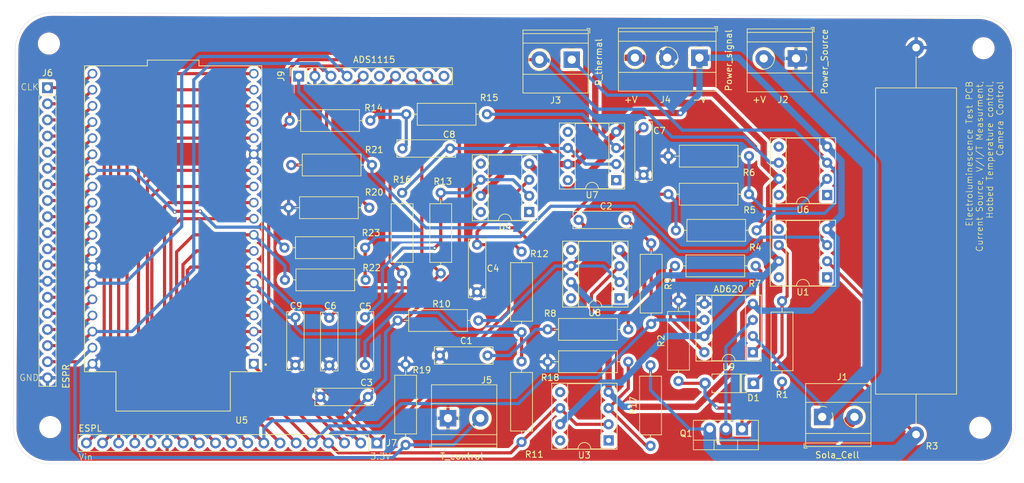
<source format=kicad_pcb>
(kicad_pcb (version 20240108) (generator "pcbnew") (generator_version "8.0")
  (layers (0 "F.Cu" signal) (31 "B.Cu" signal) (34 "B.Paste" user) (35 "F.Paste" user) (36 "B.SilkS" user "B.Silkscreen") (37 "F.SilkS" user "F.Silkscreen") (38 "B.Mask" user) (39 "F.Mask" user) (44 "Edge.Cuts" user))
  (net 0 "")
  (net 1 "GND")
  (net 2 "Net-(U8-+)")
  (net 3 "Net-(C2-Pad2)")
  (net 4 "Net-(U8--)")
  (net 5 "A2")
  (net 6 "Net-(U4-+)")
  (net 7 "Net-(U4--)")
  (net 8 "Net-(C5-Pad2)")
  (net 9 "A1")
  (net 10 "Net-(U7-+)")
  (net 11 "Net-(C8-Pad2)")
  (net 12 "Net-(U7--)")
  (net 13 "A0")
  (net 14 "Net-(D1-A)")
  (net 15 "Net-(D1-K)")
  (net 16 "V_cell+")
  (net 17 "V_cell-")
  (net 18 "GPIO36{slash}ADC0")
  (net 19 "R_T1")
  (net 20 "VEE")
  (net 21 "VSS")
  (net 22 "GPIO0{slash}ADC11")
  (net 23 "GPIO17")
  (net 24 "Rx0")
  (net 25 "GPIO19")
  (net 26 "GPIO7")
  (net 27 "GPIO18")
  (net 28 "GPIO16")
  (net 29 "GPIO5")
  (net 30 "GPIO22")
  (net 31 "GPIO8")
  (net 32 "GPIO2{slash}ADC12")
  (net 33 "GPIO21")
  (net 34 "GPIO6")
  (net 35 "GPIO4{slash}ADC10")
  (net 36 "GPIO15{slash}ADC13")
  (net 37 "Tx0")
  (net 38 "3.3V")
  (net 39 "DAC2")
  (net 40 "GPIO11")
  (net 41 "DAC1")
  (net 42 "GPIO34{slash}ADC6")
  (net 43 "Vin")
  (net 44 "EN")
  (net 45 "GPIO14{slash}ADC16")
  (net 46 "GPIO39{slash}ADC3")
  (net 47 "GPIO13{slash}ADC14")
  (net 48 "GPIO27{slash}ADC17")
  (net 49 "GPIO12{slash}ADC15")
  (net 50 "GPIO9")
  (net 51 "GPIO10")
  (net 52 "ADDR")
  (net 53 "A3")
  (net 54 "ALRT")
  (net 55 "I_meas")
  (net 56 "Net-(U6--)")
  (net 57 "Net-(R7-Pad2)")
  (net 58 "Net-(R7-Pad1)")
  (net 59 "Net-(U3-+)")
  (net 60 "I_ref")
  (net 79 "GPIO23")
  (footprint "Resistor_THT:R_Axial_DIN0309_L9.0mm_D3.2mm_P12.70mm_Horizontal" (layer "F.Cu") (at 185.9 100.14 180)
    (property "Reference" "R5")
    (property "Value" "R_US" (hide yes))
  )
  (footprint "Resistor_THT:R_Axial_DIN0309_L9.0mm_D3.2mm_P12.70mm_Horizontal" (layer "F.Cu") (at 166.9 126.54 180)
    (property "Reference" "R18")
    (property "Value" "R_US" (hide yes))
  )
  (footprint "Capacitor_THT:C_Rect_L9.0mm_W2.5mm_P7.50mm_MKT" (layer "F.Cu") (at 144.75 125.565 180)
    (property "Reference" "C1")
    (property "Value" "C" (hide yes))
  )
  (footprint "Resistor_THT:R_Axial_DIN0309_L9.0mm_D3.2mm_P12.70mm_Horizontal" (layer "F.Cu") (at 125.475 108.565 180)
    (property "Reference" "R23")
    (property "Value" "R_US" (hide yes))
  )
  (footprint "Package_DIP:DIP-8_W7.62mm_Socket" (layer "F.Cu") (at 165 97.94 180)
    (property "Reference" "U7")
    (property "Value" "OP07" (hide yes))
  )
  (footprint "Package_DIP:DIP-8_W7.62mm_Socket" (layer "F.Cu") (at 165.52 116.54 180)
    (property "Reference" "U8")
    (property "Value" "OP07" (hide yes))
  )
  (footprint "Resistor_THT:R_Axial_DIN0309_L9.0mm_D3.2mm_P12.70mm_Horizontal" (layer "F.Cu") (at 186.95 111.44 180)
    (property "Reference" "R7")
    (property "Value" "R_US" (hide yes))
  )
  (footprint "Connector_PinSocket_2.54mm:PinSocket_1x10_P2.54mm_Vertical" (layer "F.Cu") (at 115.02 81.54 90)
    (property "Reference" "J9")
    (property "Value" "ADS1115")
  )
  (footprint "Resistor_THT:R_Axial_DIN0309_L9.0mm_D3.2mm_P12.70mm_Horizontal" (layer "F.Cu") (at 174.8 129.59 90)
    (property "Reference" "R2")
    (property "Value" "R_US")
  )
  (footprint "Resistor_THT:R_Axial_DIN0309_L9.0mm_D3.2mm_P12.70mm_Horizontal" (layer "F.Cu") (at 187.1 105.84 180)
    (property "Reference" "R4")
    (property "Value" "R_US" (hide yes))
  )
  (footprint "Resistor_THT:R_Axial_DIN0309_L9.0mm_D3.2mm_P12.70mm_Horizontal" (layer "F.Cu") (at 113.85 95.54)
    (property "Reference" "R21")
    (property "Value" "R_US" (hide yes))
  )
  (footprint "Capacitor_THT:C_Rect_L9.0mm_W2.5mm_P7.50mm_MKT" (layer "F.Cu") (at 114.5 119.54 -90)
    (property "Reference" "C9")
    (property "Value" "C" (hide yes))
  )
  (footprint "Resistor_THT:R_Axial_DIN0309_L9.0mm_D3.2mm_P12.70mm_Horizontal" (layer "F.Cu") (at 150.1 109.19 -90)
    (property "Reference" "R12")
    (property "Value" "R_US" (hide yes))
  )
  (footprint "Resistor_THT:R_Axial_DIN0309_L9.0mm_D3.2mm_P12.70mm_Horizontal" (layer "F.Cu") (at 126.3 88.54 180)
    (property "Reference" "R14")
    (property "Value" "R_US" (hide yes))
  )
  (footprint "Resistor_THT:R_Axial_DIN0309_L9.0mm_D3.2mm_P12.70mm_Horizontal" (layer "F.Cu") (at 131.85 139.64 90)
    (property "Reference" "R19")
    (property "Value" "R_US" (hide yes))
  )
  (footprint "Capacitor_THT:C_Rect_L9.0mm_W2.5mm_P7.50mm_MKT" (layer "F.Cu") (at 159.075 104.19)
    (property "Reference" "C2")
    (property "Value" "C" (hide yes))
  )
  (footprint "Resistor_THT:R_Axial_DIN0309_L9.0mm_D3.2mm_P12.70mm_Horizontal" (layer "F.Cu") (at 150.1 126.49 -90)
    (property "Reference" "R11")
    (property "Value" "R_US" (hide yes))
  )
  (footprint "Package_DIP:DIP-8_W7.62mm_Socket" (layer "F.Cu") (at 186.5 125.04 180)
    (property "Reference" "U9")
    (property "Value" "AD620")
  )
  (footprint "Capacitor_THT:C_Rect_L9.0mm_W2.5mm_P7.50mm_MKT" (layer "F.Cu") (at 143.1 108.09 -90)
    (property "Reference" "C4")
    (property "Value" "C")
  )
  (footprint "Package_DIP:DIP-8_W7.62mm_Socket" (layer "F.Cu") (at 198.2 113.24 180)
    (property "Reference" "U1")
    (property "Value" "OP07" (hide yes))
  )
  (footprint "Resistor_THT:R_Axial_DIN0309_L9.0mm_D3.2mm_P12.70mm_Horizontal" (layer "F.Cu") (at 170.5 107.89 -90)
    (property "Reference" "R9")
    (property "Value" "R_US")
  )
  (footprint "TerminalBlock_Phoenix:TerminalBlock_Phoenix_MKDS-1,5-3-5.08_1x03_P5.08mm_Horizontal" (layer "F.Cu") (at 178.1 78.64 180)
    (property "Reference" "J4")
    (property "Value" "Power_signal")
  )
  (footprint "Package_DIP:DIP-8_W7.62mm_Socket" (layer "F.Cu") (at 198.2 100.26 180)
    (property "Reference" "U6")
    (property "Value" "OP07" (hide yes))
  )
  (footprint "Resistor_THT:R_Axial_DIN0309_L9.0mm_D3.2mm_P12.70mm_Horizontal" (layer "F.Cu") (at 191.1 129.69 90)
    (property "Reference" "R1")
    (property "Value" "R_US" (hide yes))
  )
  (footprint "Package_TO_SOT_THT:TO-220-3_Vertical" (layer "F.Cu") (at 184.8 137.14 180)
    (property "Reference" "Q1")
    (property "Value" "IRF540N")
  )
  (footprint "MountingHole:MountingHole_3mm" (layer "F.Cu") (at 222.82 77.14)
    (property "Reference" "H2" (hide yes))
    (property "Value" "MountingHole" (hide yes))
  )
  (footprint "Resistor_THT:R_Axial_DIN0309_L9.0mm_D3.2mm_P12.70mm_Horizontal" (layer "F.Cu") (at 125.55 113.64 180)
    (property "Reference" "R22")
    (property "Value" "R_US" (hide yes))
  )
  (footprint "Capacitor_THT:C_Rect_L9.0mm_W2.5mm_P7.50mm_MKT" (layer "F.Cu") (at 169.3 89.59 -90)
    (property "Reference" "C7")
    (property "Value" "C" (hide yes))
  )
  (footprint "TerminalBlock_Phoenix:TerminalBlock_Phoenix_MKDS-1,5-2-5.08_1x02_P5.08mm_Horizontal" (layer "F.Cu") (at 193.295 78.75 180)
    (property "Reference" "J2")
    (property "Value" "Power_Source")
  )
  (footprint "Resistor_THT:R_Axial_DIN0309_L9.0mm_D3.2mm_P12.70mm_Horizontal" (layer "F.Cu") (at 185.9 94.14 180)
    (property "Reference" "R6")
    (property "Value" "R_US" (hide yes))
  )
  (footprint "Resistor_THT:R_Axial_DIN0309_L9.0mm_D3.2mm_P12.70mm_Horizontal" (layer "F.Cu") (at 137.375 112.615 90)
    (property "Reference" "R13")
    (property "Value" "R_US" (hide yes))
  )
  (footprint "Capacitor_THT:C_Rect_L9.0mm_W2.5mm_P7.50mm_MKT" (layer "F.Cu") (at 125.925 132.09 180)
    (property "Reference" "C3")
    (property "Value" "C" (hide yes))
  )
  (footprint "Resistor_THT:R_Axial_DIN0309_L9.0mm_D3.2mm_P12.70mm_Horizontal" (layer "F.Cu") (at 131.3 112.615 90)
    (property "Reference" "R16")
    (property "Value" "R_US" (hide yes))
  )
  (footprint "MountingHole:MountingHole_3mm" (layer "F.Cu") (at 75.905 136.84)
    (property "Reference" "H4" (hide yes))
    (property "Value" "MountingHole" (hide yes))
  )
  (footprint "MountingHole:MountingHole_3mm" (layer "F.Cu") (at 75.7 76.405)
    (property "Reference" "H1" (hide yes))
    (property "Value" "MountingHole" (hide yes))
  )
  (footprint "Capacitor_THT:C_Rect_L9.0mm_W2.5mm_P7.50mm_MKT" (layer "F.Cu") (at 119.825 119.615 -90)
    (property "Reference" "C6")
    (property "Value" "C" (hide yes))
  )
  (footprint "Connector_PinHeader_2.54mm:PinHeader_1x19_P2.54mm_Vertical" (layer "F.Cu") (at 127.32 139.34 -90)
    (property "Reference" "J7")
    (property "Value" "ESPL")
  )
  (footprint "ESP32_WROOM:MODULE_DEVKIT_V1_ESP32-WROOM-32" (layer "F.Cu") (at 95.25 104.015 180)
    (property "Reference" "U5")
    (property "Value" "DEVKIT_V1_ESP32-WROOM-32")
  )
  (footprint "Capacitor_THT:C_Rect_L9.0mm_W2.5mm_P7.50mm_MKT" (layer "F.Cu") (at 138.85 92.94 180)
    (property "Reference" "C8")
    (property "Value" "C" (hide yes))
  )
  (footprint "TerminalBlock_Phoenix:TerminalBlock_Phoenix_MKDS-1,5-2-5.08_1x02_P5.08mm_Horizontal" (layer "F.Cu") (at 197.42 135.24)
    (property "Reference" "J1")
    (property "Value" "Sola_Cell")
  )
  (footprint "Resistor_THT:R_Axial_DIN0309_L9.0mm_D3.2mm_P12.70mm_Horizontal" (layer "F.Cu") (at 144.65 87.54 180)
    (property "Reference" "R15")
    (property "Value" "R_US" (hide yes))
  )
  (footprint "Package_DIP:DIP-8_W7.62mm_Socket" (layer "F.Cu") (at 163.8 138.94 180)
    (property "Reference" "U3")
    (property "Value" "OP07" (hide yes))
  )
  (footprint "TerminalBlock_Phoenix:TerminalBlock_Phoenix_MKDS-1,5-2-5.08_1x02_P5.08mm_Horizontal" (layer "F.Cu") (at 158 78.94 180)
    (property "Reference" "J3")
    (property "Value" "R_thermal")
  )
  (footprint "Connector_PinHeader_2.54mm:PinHeader_1x19_P2.54mm_Vertical" (layer "F.Cu") (at 75.475 83.36)
    (property "Reference" "J6")
    (property "Value" "ESPR")
  )
  (footprint "MountingHole:MountingHole_3mm" (layer "F.Cu") (at 222.3 136.94)
    (property "Reference" "H3" (hide yes))
    (property "Value" "MountingHole" (hide yes))
  )
  (footprint "Resistor_THT:R_Axial_DIN0309_L9.0mm_D3.2mm_P12.70mm_Horizontal" (layer "F.Cu") (at 170.4 139.79 90)
    (property "Reference" "R17")
    (property "Value" "R_US")
  )
  (footprint "Resistor_THT:R_Axial_Power_L48.0mm_W12.5mm_P60.96mm" (layer "F.Cu") (at 212.2 138 90)
    (property "Reference" "R3")
    (property "Value" "R_US" (hide yes))
  )
  (footprint "Package_DIP:DIP-8_W7.62mm_Socket" (layer "F.Cu") (at 151.3 102.94 180)
    (property "Reference" "U4")
    (property "Value" "OP07" (hide yes))
  )
  (footprint "TerminalBlock_Phoenix:TerminalBlock_Phoenix_MKDS-1,5-2-5.08_1x02_P5.08mm_Horizontal" (layer "F.Cu") (at 138.52 135.44)
    (property "Reference" "J5")
    (property "Value" "T_control")
  )
  (footprint "Capacitor_THT:C_Rect_L9.0mm_W2.5mm_P7.50mm_MKT" (layer "F.Cu") (at 125.45 119.54 -90)
    (property "Reference" "C5")
    (property "Value" "C" (hide yes))
  )
  (footprint "Resistor_THT:R_Axial_DIN0309_L9.0mm_D3.2mm_P12.70mm_Horizontal" (layer "F.Cu") (at 154.2 121.44)
    (property "Reference" "R8")
    (property "Value" "R_US" (hide yes))
  )
  (footprint "Resistor_THT:R_Axial_DIN0309_L9.0mm_D3.2mm_P12.70mm_Horizontal" (layer "F.Cu") (at 130.6 120.04)
    (property "Reference" "R10")
    (property "Value" "R_US" (hide yes))
  )
  (footprint "Resistor_THT:R_Axial_DIN0309_L9.0mm_D3.2mm_P12.70mm_Horizontal" (layer "F.Cu") (at 126.125 102.265 180)
    (property "Reference" "R20")
    (property "Value" "R_US" (hide yes))
  )
  (footprint "Diode_THT:D_A-405_P7.62mm_Horizontal" (layer "F.Cu") (at 186.6 129.94 180)
    (property "Reference" "D1")
    (property "Value" "D")
  )
  (gr_line (start 75.9 142.64) (end 222 142.64) (stroke (width 0.05)) (layer "Edge.Cuts"))
  (gr_arc (start 221.998781 72.041219) (mid 226.100006 73.739994) (end 227.798781 77.841219) (stroke (width 0.05)) (layer "Edge.Cuts"))
  (gr_arc (start 75.9 142.64) (mid 71.798781 140.941219) (end 70.1 136.84) (stroke (width 0.05)) (layer "Edge.Cuts"))
  (gr_arc (start 70.401219 77.341219) (mid 72.099994 73.239994) (end 76.201219 71.541219) (stroke (width 0.05)) (layer "Edge.Cuts"))
  (gr_arc (start 227.8 136.84) (mid 226.101219 140.941219) (end 222 142.64) (stroke (width 0.05)) (layer "Edge.Cuts"))
  (gr_line (start 221.998781 72.041219) (end 76.201219 71.541219) (stroke (width 0.05)) (layer "Edge.Cuts"))
  (gr_line (start 227.798781 77.841219) (end 227.8 136.84) (stroke (width 0.05)) (layer "Edge.Cuts"))
  (gr_line (start 70.401219 77.341219) (end 70.1 136.84) (stroke (width 0.05)) (layer "Edge.Cuts"))
  (gr_text "Electroluminescence Test PCB\nCurrent Source, V/I/T Measurment,\nHotbed Temperature control,\nCamera Control" (at 226 82.25 90) (layer "F.SilkS") (effects (font (size 1 1) (thickness 0.1)) (justify right bottom)))
  (gr_text "+V" (at 187.5 85.25 0) (layer "F.SilkS") (effects (font (size 1 1))))
  (gr_text "3.3V" (at 126.2 142.04 0) (layer "F.SilkS") (effects (font (size 1 1) (thickness 0.1)) (justify left bottom)))
  (gr_text "CLK" (at 71.2 83.84 0) (layer "F.SilkS") (effects (font (size 1 1) (thickness 0.1)) (justify left bottom)))
  (gr_text "GND" (at 71 129.64 0) (layer "F.SilkS") (effects (font (size 1 1) (thickness 0.1)) (justify left bottom)))
  (gr_text "-V" (at 178.1 85.25 0) (layer "F.SilkS") (effects (font (size 1 1))))
  (gr_text "Vin" (at 80.3 142.14 0) (layer "F.SilkS") (effects (font (size 1 1) (thickness 0.1)) (justify left bottom)))
  (gr_text "+V" (at 167.3 85.25 0) (layer "F.SilkS") (effects (font (size 1 1))))
  (segment (start 82.55 126.865) (end 80.335 129.08) (width 0.5) (layer "F.Cu") (net 1))
  (segment (start 82.55 111.625) (end 80.335 113.84) (width 0.5) (layer "F.Cu") (net 1))
  (segment (start 80.335 113.84) (end 75.475 113.84) (width 0.5) (layer "F.Cu") (net 1))
  (segment (start 80.335 129.08) (end 75.475 129.08) (width 0.5) (layer "F.Cu") (net 1))
  (segment (start 210.49 78.75) (end 212.2 77.04) (width 2.5) (layer "B.Cu") (net 1))
  (segment (start 193.295 78.75) (end 210.49 78.75) (width 2.5) (layer "B.Cu") (net 1))
  (segment (start 173.02 78.64) (end 175.97 75.69) (width 2.5) (layer "B.Cu") (net 1))
  (segment (start 158.6 121.44) (end 154.2 121.44) (width 0.5) (layer "F.Cu") (net 2))
  (segment (start 161.1 118.94) (end 158.6 121.44) (width 0.5) (layer "F.Cu") (net 2))
  (segment (start 161.1 115.88) (end 161.1 118.94) (width 0.5) (layer "F.Cu") (net 2))
  (segment (start 165.52 111.46) (end 161.1 115.88) (width 0.5) (layer "F.Cu") (net 2))
  (segment (start 152.317767 121.44) (end 154.2 121.44) (width 0.5) (layer "B.Cu") (net 2))
  (segment (start 148.192767 125.565) (end 152.317767 121.44) (width 0.5) (layer "B.Cu") (net 2))
  (segment (start 144.75 125.565) (end 148.192767 125.565) (width 0.5) (layer "B.Cu") (net 2))
  (segment (start 166.8 104.19) (end 166.575 104.19) (width 0.5) (layer "F.Cu") (net 3))
  (segment (start 166.9 119.84) (end 170.5 116.24) (width 0.5) (layer "F.Cu") (net 3))
  (segment (start 166.9 121.44) (end 166.9 119.84) (width 0.5) (layer "F.Cu") (net 3))
  (segment (start 170.5 116.24) (end 170.5 107.89) (width 0.5) (layer "F.Cu") (net 3))
  (segment (start 170.5 107.89) (end 166.8 104.19) (width 0.5) (layer "F.Cu") (net 3))
  (segment (start 159.874999 104.989999) (end 159.874999 109.485001) (width 0.5) (layer "F.Cu") (net 4))
  (segment (start 159.874999 109.485001) (end 157.9 111.46) (width 0.5) (layer "F.Cu") (net 4))
  (segment (start 159.075 104.19) (end 159.874999 104.989999) (width 0.5) (layer "F.Cu") (net 4))
  (segment (start 146.8 120.04) (end 155.38 111.46) (width 0.5) (layer "B.Cu") (net 4))
  (segment (start 143.3 120.04) (end 146.8 120.04) (width 0.5) (layer "B.Cu") (net 4))
  (segment (start 155.38 111.46) (end 157.9 111.46) (width 0.5) (layer "B.Cu") (net 4))
  (segment (start 157.9 111.46) (end 162.98 111.46) (width 0.5) (layer "B.Cu") (net 4))
  (segment (start 162.98 111.46) (end 165.52 114) (width 0.5) (layer "B.Cu") (net 4))
  (segment (start 96.8 126.54) (end 96.8 111.24) (width 0.5) (layer "F.Cu") (net 5))
  (segment (start 131.717767 120.04) (end 130.6 120.04) (width 0.5) (layer "F.Cu") (net 5))
  (segment (start 97.7 127.44) (end 96.8 126.54) (width 0.5) (layer "F.Cu") (net 5))
  (segment (start 135.34 81.54) (end 140.24 86.44) (width 0.5) (layer "F.Cu") (net 5))
  (segment (start 96.8 111.24) (end 98.955 109.085) (width 0.5) (layer "F.Cu") (net 5))
  (segment (start 97.7 127.5) (end 97.7 127.44) (width 0.5) (layer "F.Cu") (net 5))
  (segment (start 140.24 86.44) (end 140.3 86.44) (width 0.5) (layer "F.Cu") (net 5))
  (segment (start 98.955 109.085) (end 107.95 109.085) (width 0.5) (layer "F.Cu") (net 5))
  (segment (start 109.54 139.34) (end 97.7 127.5) (width 0.5) (layer "F.Cu") (net 5))
  (segment (start 140.3 111.457767) (end 131.717767 120.04) (width 0.5) (layer "F.Cu") (net 5))
  (segment (start 140.3 86.44) (end 140.3 111.457767) (width 0.5) (layer "F.Cu") (net 5))
  (segment (start 128.7 121.94) (end 130.6 120.04) (width 0.5) (layer "B.Cu") (net 5))
  (segment (start 125.925 132.09) (end 125.1375 132.8775) (width 0.5) (layer "B.Cu") (net 5))
  (segment (start 110.8 135.84) (end 109.54 137.1) (width 0.5) (layer "B.Cu") (net 5))
  (segment (start 128.7 129.315) (end 128.7 121.94) (width 0.5) (layer "B.Cu") (net 5))
  (segment (start 109.54 137.1) (end 109.54 139.34) (width 0.5) (layer "B.Cu") (net 5))
  (segment (start 125.1375 132.8775) (end 122.175 135.84) (width 0.5) (layer "B.Cu") (net 5))
  (segment (start 122.175 135.84) (end 110.8 135.84) (width 0.5) (layer "B.Cu") (net 5))
  (segment (start 125.1375 132.8775) (end 128.7 129.315) (width 0.5) (layer "B.Cu") (net 5))
  (segment (start 143.1 108.09) (end 149 108.09) (width 0.5) (layer "F.Cu") (net 6))
  (segment (start 151.3 97.86) (end 143.1 106.06) (width 0.5) (layer "F.Cu") (net 6))
  (segment (start 143.1 106.06) (end 143.1 108.09) (width 0.5) (layer "F.Cu") (net 6))
  (segment (start 149 108.09) (end 150.1 109.19) (width 0.5) (layer "F.Cu") (net 6))
  (segment (start 137.375 99.915) (end 137.375 107.665) (width 0.5) (layer "F.Cu") (net 7))
  (segment (start 137.375 107.665) (end 136.4 108.64) (width 0.5) (layer "F.Cu") (net 7))
  (via (at 136.4 108.64) (size 0.6) (drill 0.3) (layers "F.Cu" "B.Cu") (net 7))
  (segment (start 136.4 108.64) (end 131.4 108.64) (width 0.5) (layer "B.Cu") (net 7))
  (segment (start 148.76 97.86) (end 151.3 100.4) (width 0.5) (layer "B.Cu") (net 7))
  (segment (start 143.68 97.86) (end 148.76 97.86) (width 0.5) (layer "B.Cu") (net 7))
  (segment (start 141.625 99.915) (end 143.68 97.86) (width 0.5) (layer "B.Cu") (net 7))
  (segment (start 128.2 116.79) (end 125.45 119.54) (width 0.5) (layer "B.Cu") (net 7))
  (segment (start 131.4 108.64) (end 128.2 111.84) (width 0.5) (layer "B.Cu") (net 7))
  (segment (start 128.2 111.84) (end 128.2 116.79) (width 0.5) (layer "B.Cu") (net 7))
  (segment (start 137.375 99.915) (end 141.625 99.915) (width 0.5) (layer "B.Cu") (net 7))
  (segment (start 150.1 121.89) (end 150.1 126.49) (width 0.5) (layer "F.Cu") (net 8))
  (segment (start 125.45 123.422233) (end 130.082233 118.79) (width 0.5) (layer "B.Cu") (net 8))
  (segment (start 130.082233 118.79) (end 136.95 118.79) (width 0.5) (layer "B.Cu") (net 8))
  (segment (start 140.05 121.89) (end 150.1 121.89) (width 0.5) (layer "B.Cu") (net 8))
  (segment (start 125.45 127.04) (end 125.45 123.422233) (width 0.5) (layer "B.Cu") (net 8))
  (segment (start 136.95 118.79) (end 140.05 121.89) (width 0.5) (layer "B.Cu") (net 8))
  (segment (start 135.1 114.89) (end 124.55 114.89) (width 0.5) (layer "F.Cu") (net 9))
  (segment (start 107.95 111.625) (end 98.015 111.625) (width 0.5) (layer "F.Cu") (net 9))
  (segment (start 98.105025 126.545025) (end 108 136.44) (width 0.5) (layer "F.Cu") (net 9))
  (segment (start 97.5 112.14) (end 97.5 126.25005) (width 0.5) (layer "F.Cu") (net 9))
  (segment (start 137.375 112.615) (end 135.1 114.89) (width 0.5) (layer "F.Cu") (net 9))
  (segment (start 108 136.44) (end 109.18 136.44) (width 0.5) (layer "F.Cu") (net 9))
  (segment (start 124.55 114.89) (end 119.825 119.615) (width 0.5) (layer "F.Cu") (net 9))
  (segment (start 134.4 109.64) (end 137.375 112.615) (width 0.5) (layer "F.Cu") (net 9))
  (segment (start 109.18 136.44) (end 112.08 139.34) (width 0.5) (layer "F.Cu") (net 9))
  (segment (start 134.4 83.14) (end 134.4 109.64) (width 0.5) (layer "F.Cu") (net 9))
  (segment (start 98.015 111.625) (end 97.5 112.14) (width 0.5) (layer "F.Cu") (net 9))
  (segment (start 97.5 126.25005) (end 97.794975 126.545025) (width 0.5) (layer "F.Cu") (net 9))
  (segment (start 97.794975 126.545025) (end 98.105025 126.545025) (width 0.5) (layer "F.Cu") (net 9))
  (segment (start 132.8 81.54) (end 134.4 83.14) (width 0.5) (layer "F.Cu") (net 9))
  (segment (start 119.825 119.615) (end 118.5 118.29) (width 0.5) (layer "B.Cu") (net 9))
  (segment (start 118.5 118.29) (end 114.615 118.29) (width 0.5) (layer "B.Cu") (net 9))
  (segment (start 114.615 118.29) (end 107.95 111.625) (width 0.5) (layer "B.Cu") (net 9))
  (segment (start 169.3 89.59) (end 166.03 92.86) (width 0.5) (layer "F.Cu") (net 10))
  (segment (start 166.03 92.86) (end 165 92.86) (width 0.5) (layer "F.Cu") (net 10))
  (segment (start 144.65 87.54) (end 159.68 87.54) (width 0.5) (layer "B.Cu") (net 10))
  (segment (start 159.68 87.54) (end 165 92.86) (width 0.5) (layer "B.Cu") (net 10))
  (segment (start 127.3 87.54) (end 126.3 88.54) (width 0.5) (layer "B.Cu") (net 11))
  (segment (start 131.95 87.54) (end 131.95 92.34) (width 0.5) (layer "B.Cu") (net 11))
  (segment (start 131.95 92.34) (end 131.35 92.94) (width 0.5) (layer "B.Cu") (net 11))
  (segment (start 131.95 87.54) (end 127.3 87.54) (width 0.5) (layer "B.Cu") (net 11))
  (segment (start 131.3 99.915) (end 138.275 92.94) (width 0.5) (layer "B.Cu") (net 12))
  (segment (start 138.275 92.94) (end 138.85 92.94) (width 0.5) (layer "B.Cu") (net 12))
  (segment (start 157.62 92.86) (end 160.16 95.4) (width 0.5) (layer "B.Cu") (net 12))
  (segment (start 157.38 92.86) (end 157.62 92.86) (width 0.5) (layer "B.Cu") (net 12))
  (segment (start 160.16 95.4) (end 165 95.4) (width 0.5) (layer "B.Cu") (net 12))
  (segment (start 138.85 92.94) (end 157.3 92.94) (width 0.5) (layer "B.Cu") (net 12))
  (segment (start 157.3 92.94) (end 157.38 92.86) (width 0.5) (layer "B.Cu") (net 12))
  (segment (start 130.26 81.54) (end 129.41 82.39) (width 0.5) (layer "F.Cu") (net 13))
  (segment (start 129.41 110.725) (end 131.3 112.615) (width 0.5) (layer "F.Cu") (net 13))
  (segment (start 129.41 82.39) (end 129.41 110.725) (width 0.5) (layer "F.Cu") (net 13))
  (segment (start 108.6 135.54) (end 110.82 135.54) (width 0.5) (layer "F.Cu") (net 13))
  (segment (start 98.8 115.14) (end 98.8 125.74) (width 0.5) (layer "F.Cu") (net 13))
  (segment (start 110.82 135.54) (end 114.62 139.34) (width 0.5) (layer "F.Cu") (net 13))
  (segment (start 98.8 125.74) (end 108.6 135.54) (width 0.5) (layer "F.Cu") (net 13))
  (segment (start 99.775 114.165) (end 98.8 115.14) (width 0.5) (layer "F.Cu") (net 13))
  (segment (start 107.95 114.165) (end 99.775 114.165) (width 0.5) (layer "F.Cu") (net 13))
  (segment (start 124.617767 122.14) (end 115.6 122.14) (width 0.5) (layer "B.Cu") (net 13))
  (segment (start 114.5 119.54) (end 113.325 119.54) (width 0.5) (layer "B.Cu") (net 13))
  (segment (start 131.3 112.615) (end 131.3 115.457767) (width 0.5) (layer "B.Cu") (net 13))
  (segment (start 113.325 119.54) (end 107.95 114.165) (width 0.5) (layer "B.Cu") (net 13))
  (segment (start 131.3 115.457767) (end 124.617767 122.14) (width 0.5) (layer "B.Cu") (net 13))
  (segment (start 114.5 121.04) (end 114.5 119.54) (width 0.5) (layer "B.Cu") (net 13))
  (segment (start 115.6 122.14) (end 114.5 121.04) (width 0.5) (layer "B.Cu") (net 13))
  (segment (start 175.15 129.94) (end 174.8 129.59) (width 0.5) (layer "F.Cu") (net 14))
  (segment (start 191.1 130.84) (end 191.1 129.69) (width 0.5) (layer "F.Cu") (net 14))
  (segment (start 183.1 133.84) (end 184.8 135.54) (width 0.5) (layer "F.Cu") (net 14))
  (segment (start 178.98 129.94) (end 175.15 129.94) (width 0.5) (layer "F.Cu") (net 14))
  (segment (start 180.8 133.74) (end 180.9 133.84) (width 0.5) (layer "F.Cu") (net 14))
  (segment (start 184.8 135.54) (end 184.8 137.14) (width 0.5) (layer "F.Cu") (net 14))
  (segment (start 180.9 133.84) (end 183.1 133.84) (width 0.5) (layer "F.Cu") (net 14))
  (segment (start 184.8 137.14) (end 191.1 130.84) (width 0.5) (layer "F.Cu") (net 14))
  (via (at 180.8 133.74) (size 0.6) (drill 0.3) (layers "F.Cu" "B.Cu") (net 14))
  (segment (start 178.98 131.92) (end 180.8 133.74) (width 0.5) (layer "B.Cu") (net 14))
  (segment (start 178.98 129.94) (end 178.98 131.92) (width 0.5) (layer "B.Cu") (net 14))
  (segment (start 191.1 125.44) (end 191.1 116.99) (width 0.5) (layer "F.Cu") (net 15))
  (segment (start 191.899999 109.479999) (end 190.58 108.16) (width 0.5) (layer "F.Cu") (net 15))
  (segment (start 191.899999 116.190001) (end 191.899999 109.479999) (width 0.5) (layer "F.Cu") (net 15))
  (segment (start 191.1 116.99) (end 191.899999 116.190001) (width 0.5) (layer "F.Cu") (net 15))
  (segment (start 186.6 129.94) (end 191.1 125.44) (width 0.5) (layer "F.Cu") (net 15))
  (segment (start 186.5 122.5) (end 197.42 133.42) (width 0.5) (layer "B.Cu") (net 16))
  (segment (start 205 127.66) (end 197.42 135.24) (width 2.5) (layer "B.Cu") (net 16))
  (segment (start 205 95.535) (end 205 127.66) (width 2.5) (layer "B.Cu") (net 16))
  (segment (start 188.215 78.75) (end 205 95.535) (width 2.5) (layer "B.Cu") (net 16))
  (segment (start 197.42 133.42) (end 197.42 135.24) (width 0.5) (layer "B.Cu") (net 16))
  (segment (start 182.26 138.9525) (end 182.6475 139.34) (width 2) (layer "F.Cu") (net 17))
  (segment (start 198.4 139.34) (end 202.5 135.24) (width 2) (layer "F.Cu") (net 17))
  (segment (start 182.26 137.14) (end 182.26 138.9525) (width 2) (layer "F.Cu") (net 17))
  (segment (start 182.6475 139.34) (end 198.4 139.34) (width 2) (layer "F.Cu") (net 17))
  (segment (start 186.5 119.96) (end 182.26 124.2) (width 0.5) (layer "B.Cu") (net 17))
  (segment (start 182.26 124.2) (end 182.26 137.14) (width 0.5) (layer "B.Cu") (net 17))
  (segment (start 122.24 139.34) (end 115.44 132.54) (width 0.5) (layer "F.Cu") (net 18))
  (segment (start 110.3 120.64) (end 109.155 121.785) (width 0.5) (layer "F.Cu") (net 18))
  (segment (start 102.2 122.14) (end 102.555 121.785) (width 0.5) (layer "F.Cu") (net 18))
  (segment (start 152.92 78.94) (end 115.02 78.94) (width 0.5) (layer "F.Cu") (net 18))
  (segment (start 102.2 124.94) (end 102.2 122.14) (width 0.5) (layer "F.Cu") (net 18))
  (segment (start 115.44 132.54) (end 109.8 132.54) (width 0.5) (layer "F.Cu") (net 18))
  (segment (start 110.3 91.84) (end 110.3 120.64) (width 0.5) (layer "F.Cu") (net 18))
  (segment (start 113.6 88.54) (end 110.3 91.84) (width 0.5) (layer "F.Cu") (net 18))
  (segment (start 109.155 121.785) (end 107.95 121.785) (width 0.5) (layer "F.Cu") (net 18))
  (segment (start 115.02 78.94) (end 113.6 80.36) (width 0.5) (layer "F.Cu") (net 18))
  (segment (start 102.555 121.785) (end 107.95 121.785) (width 0.5) (layer "F.Cu") (net 18))
  (segment (start 113.6 80.36) (end 113.6 88.54) (width 0.5) (layer "F.Cu") (net 18))
  (segment (start 109.8 132.54) (end 102.2 124.94) (width 0.5) (layer "F.Cu") (net 18))
  (segment (start 189.24 95.18) (end 190.58 95.18) (width 0.5) (layer "B.Cu") (net 18))
  (segment (start 162 86.74) (end 169.4 86.74) (width 0.5) (layer "B.Cu") (net 18))
  (segment (start 154.2 78.94) (end 162 86.74) (width 0.5) (layer "B.Cu") (net 18))
  (segment (start 169.4 86.74) (end 173.8 91.14) (width 0.5) (layer "B.Cu") (net 18))
  (segment (start 173.8 91.14) (end 185.2 91.14) (width 0.5) (layer "B.Cu") (net 18))
  (segment (start 152.92 78.94) (end 154.2 78.94) (width 0.5) (layer "B.Cu") (net 18))
  (segment (start 185.2 91.14) (end 189.24 95.18) (width 0.5) (layer "B.Cu") (net 18))
  (segment (start 158 78.94) (end 163.6 84.54) (width 0.5) (layer "B.Cu") (net 19))
  (segment (start 189.8 103.14) (end 197.82 103.14) (width 0.5) (layer "B.Cu") (net 19))
  (segment (start 193.06 90.04) (end 198.2 95.18) (width 0.5) (layer "B.Cu") (net 19))
  (segment (start 187.1 105.84) (end 189.8 103.14) (width 0.5) (layer "B.Cu") (net 19))
  (segment (start 199.5 101.46) (end 199.5 96.48) (width 0.5) (layer "B.Cu") (net 19))
  (segment (start 199.5 96.48) (end 198.2 95.18) (width 0.5) (layer "B.Cu") (net 19))
  (segment (start 175.4 90.04) (end 193.06 90.04) (width 0.5) (layer "B.Cu") (net 19))
  (segment (start 197.82 103.14) (end 199.5 101.46) (width 0.5) (layer "B.Cu") (net 19))
  (segment (start 169.9 84.54) (end 175.4 90.04) (width 0.5) (layer "B.Cu") (net 19))
  (segment (start 163.6 84.54) (end 169.9 84.54) (width 0.5) (layer "B.Cu") (net 19))
  (segment (start 185 126.24) (end 177.6 133.64) (width 1) (layer "F.Cu") (net 20))
  (segment (start 177.6 133.64) (end 167 133.64) (width 1) (layer "F.Cu") (net 20))
  (segment (start 185 118.92) (end 185 126.24) (width 1) (layer "F.Cu") (net 20))
  (segment (start 158.001321 99.44) (end 163.5 93.941321) (width 1) (layer "F.Cu") (net 20))
  (segment (start 163.8 121.26) (end 163.8 131.32) (width 1) (layer "F.Cu") (net 20))
  (segment (start 167.98 87.34) (end 165 90.32) (width 1) (layer "F.Cu") (net 20))
  (segment (start 175.1 87.34) (end 167.98 87.34) (width 1) (layer "F.Cu") (net 20))
  (segment (start 151.3 95.32) (end 155.42 99.44) (width 1) (layer "F.Cu") (net 20))
  (segment (start 155.42 99.44) (end 158.001321 99.44) (width 1) (layer "F.Cu") (net 20))
  (segment (start 165.52 108.92) (end 168.1 111.5) (width 1) (layer "F.Cu") (net 20))
  (segment (start 186.5 117.42) (end 185 118.92) (width 1) (layer "F.Cu") (net 20))
  (segment (start 163.5 93.941321) (end 163.5 91.82) (width 1) (layer "F.Cu") (net 20))
  (segment (start 163.5 91.82) (end 165 90.32) (width 1) (layer "F.Cu") (net 20))
  (segment (start 168.1 111.5) (end 168.1 116.96) (width 1) (layer "F.Cu") (net 20))
  (segment (start 168.1 116.96) (end 163.8 121.26) (width 1) (layer "F.Cu") (net 20))
  (via (at 175.1 87.34) (size 1) (drill 0.5) (layers "F.Cu" "B.Cu") (net 20))
  (via (at 167 133.64) (size 1) (drill 0.5) (layers "F.Cu" "B.Cu") (net 20))
  (segment (start 198.2 92.64) (end 200.45 94.89) (width 1) (layer "B.Cu") (net 20))
  (segment (start 178.1 78.64) (end 178.1 84.34) (width 1) (layer "B.Cu") (net 20))
  (segment (start 166.12 133.64) (end 163.8 131.32) (width 1) (layer "B.Cu") (net 20))
  (segment (start 184.2 78.64) (end 198.2 92.64) (width 1) (layer "B.Cu") (net 20))
  (segment (start 200.45 103.37) (end 198.2 105.62) (width 1) (layer "B.Cu") (net 20))
  (segment (start 195.65 118.49) (end 187.57 118.49) (width 1) (layer "B.Cu") (net 20))
  (segment (start 187.57 118.49) (end 186.5 117.42) (width 1) (layer "B.Cu") (net 20))
  (segment (start 178.1 78.64) (end 184.2 78.64) (width 1) (layer "B.Cu") (net 20))
  (segment (start 199.7 107.12) (end 199.7 114.44) (width 1) (layer "B.Cu") (net 20))
  (segment (start 198.2 105.62) (end 199.7 107.12) (width 1) (layer "B.Cu") (net 20))
  (segment (start 167 133.64) (end 166.12 133.64) (width 1) (layer "B.Cu") (net 20))
  (segment (start 199.7 114.44) (end 195.65 118.49) (width 1) (layer "B.Cu") (net 20))
  (segment (start 200.45 94.89) (end 200.45 103.37) (width 1) (layer "B.Cu") (net 20))
  (segment (start 178.1 84.34) (end 175.1 87.34) (width 1) (layer "B.Cu") (net 20))
  (segment (start 190.58 97.72) (end 188.2 95.34) (width 1) (layer "F.Cu") (net 21))
  (segment (start 190.58 110.7) (end 189.08 109.2) (width 1) (layer "F.Cu") (net 21))
  (segment (start 188.2 92.14) (end 180.3 84.24) (width 1) (layer "F.Cu") (net 21))
  (segment (start 156.06 95.4) (end 152.8 92.14) (width 1) (layer "F.Cu") (net 21))
  (segment (start 157.38 95.4) (end 156.06 95.4) (width 1) (layer "F.Cu") (net 21))
  (segment (start 149.2 92.14) (end 146.9 94.44) (width 1) (layer "F.Cu") (net 21))
  (segment (start 161.7 81.74) (end 161.7 92.44) (width 1) (layer "F.Cu") (net 21))
  (segment (start 178.88 122.4) (end 178.88 122.5) (width 1) (layer "F.Cu") (net 21))
  (segment (start 146.9 97.18) (end 143.68 100.4) (width 1) (layer "F.Cu") (net 21))
  (segment (start 152.8 92.14) (end 149.2 92.14) (width 1) (layer "F.Cu") (net 21))
  (segment (start 180.3 84.24) (end 174.8 84.24) (width 1) (layer "F.Cu") (net 21))
  (segment (start 164.7 78.74) (end 161.7 81.74) (width 1) (layer "F.Cu") (net 21))
  (segment (start 188.2 95.34) (end 188.2 92.14) (width 1) (layer "F.Cu") (net 21))
  (segment (start 164.7 78.64) (end 164.7 78.74) (width 1) (layer "F.Cu") (net 21))
  (segment (start 169.2 78.64) (end 167.94 78.64) (width 1) (layer "F.Cu") (net 21))
  (segment (start 161.7 92.44) (end 158.74 95.4) (width 1) (layer "F.Cu") (net 21))
  (segment (start 146.9 94.44) (end 146.9 97.18) (width 1) (layer "F.Cu") (net 21))
  (segment (start 189.08 109.2) (end 189.08 99.22) (width 1) (layer "F.Cu") (net 21))
  (segment (start 174.8 84.24) (end 169.2 78.64) (width 1) (layer "F.Cu") (net 21))
  (segment (start 158.74 95.4) (end 157.38 95.4) (width 1) (layer "F.Cu") (net 21))
  (segment (start 167.94 78.64) (end 164.7 78.64) (width 1) (layer "F.Cu") (net 21))
  (segment (start 189.08 99.22) (end 190.58 97.72) (width 1) (layer "F.Cu") (net 21))
  (segment (start 179.82 121.46) (end 179.82 121.56) (width 1) (layer "B.Cu") (net 21))
  (segment (start 167.02 118.04) (end 161.94 118.04) (width 1) (layer "B.Cu") (net 21))
  (segment (start 190.58 110.7) (end 188.34 112.94) (width 1) (layer "B.Cu") (net 21))
  (segment (start 165.741321 129.82) (end 162.76 129.82) (width 1) (layer "B.Cu") (net 21))
  (segment (start 188.34 112.94) (end 172.12 112.94) (width 1) (layer "B.Cu") (net 21))
  (segment (start 162.76 129.82) (end 156.18 136.4) (width 1) (layer "B.Cu") (net 21))
  (segment (start 168.4 127.161321) (end 165.741321 129.82) (width 1) (layer "B.Cu") (net 21))
  (segment (start 190.58 110.7) (end 179.82 121.46) (width 1) (layer "B.Cu") (net 21))
  (segment (start 172.12 112.94) (end 167.02 118.04) (width 1) (layer "B.Cu") (net 21))
  (segment (start 179.82 121.56) (end 178.88 122.5) (width 1) (layer "B.Cu") (net 21))
  (segment (start 178.88 122.5) (end 172.868679 122.5) (width 1) (layer "B.Cu") (net 21))
  (segment (start 168.4 126.968679) (end 168.4 127.161321) (width 1) (layer "B.Cu") (net 21))
  (segment (start 161.94 118.04) (end 157.9 114) (width 1) (layer "B.Cu") (net 21))
  (segment (start 172.868679 122.5) (end 168.4 126.968679) (width 1) (layer "B.Cu") (net 21))
  (segment (start 80.335 96.06) (end 75.475 96.06) (width 0.5) (layer "F.Cu") (net 22))
  (segment (start 82.55 93.845) (end 80.335 96.06) (width 0.5) (layer "F.Cu") (net 22))
  (segment (start 80.335 103.68) (end 75.475 103.68) (width 0.5) (layer "F.Cu") (net 23))
  (segment (start 82.55 101.465) (end 80.335 103.68) (width 0.5) (layer "F.Cu") (net 23))
  (segment (start 80.335 118.92) (end 75.475 118.92) (width 0.5) (layer "F.Cu") (net 24))
  (segment (start 82.55 116.705) (end 80.335 118.92) (width 0.5) (layer "F.Cu") (net 24))
  (segment (start 82.55 109.085) (end 80.335 111.3) (width 0.5) (layer "F.Cu") (net 25))
  (segment (start 80.335 111.3) (end 75.475 111.3) (width 0.5) (layer "F.Cu") (net 25))
  (segment (start 75.475 85.9) (end 80.335 85.9) (width 0.5) (layer "F.Cu") (net 26))
  (segment (start 80.335 85.9) (end 82.55 83.685) (width 0.5) (layer "F.Cu") (net 26))
  (segment (start 80.335 108.76) (end 75.475 108.76) (width 0.5) (layer "F.Cu") (net 27))
  (segment (start 82.55 106.545) (end 80.335 108.76) (width 0.5) (layer "F.Cu") (net 27))
  (segment (start 80.335 101.14) (end 75.475 101.14) (width 0.5) (layer "F.Cu") (net 28))
  (segment (start 82.55 98.925) (end 80.335 101.14) (width 0.5) (layer "F.Cu") (net 28))
  (segment (start 82.55 104.005) (end 80.335 106.22) (width 0.5) (layer "F.Cu") (net 29))
  (segment (start 80.335 106.22) (end 75.475 106.22) (width 0.5) (layer "F.Cu") (net 29))
  (segment (start 80.335 124) (end 75.475 124) (width 0.5) (layer "F.Cu") (net 30))
  (segment (start 82.55 121.785) (end 80.335 124) (width 0.5) (layer "F.Cu") (net 30))
  (segment (start 98.5 82.14) (end 98.5 112.04) (width 0.5) (layer "B.Cu") (net 30))
  (segment (start 120.1 81.54) (end 118.1 79.54) (width 0.5) (layer "B.Cu") (net 30))
  (segment (start 101.1 79.54) (end 98.5 82.14) (width 0.5) (layer "B.Cu") (net 30))
  (segment (start 98.5 112.04) (end 88.755 121.785) (width 0.5) (layer "B.Cu") (net 30))
  (segment (start 118.1 79.54) (end 101.1 79.54) (width 0.5) (layer "B.Cu") (net 30))
  (segment (start 88.755 121.785) (end 82.55 121.785) (width 0.5) (layer "B.Cu") (net 30))
  (segment (start 82.55 86.225) (end 80.335 88.44) (width 0.5) (layer "F.Cu") (net 31))
  (segment (start 80.335 88.44) (end 75.475 88.44) (width 0.5) (layer "F.Cu") (net 31))
  (segment (start 80.335 93.52) (end 75.475 93.52) (width 0.5) (layer "F.Cu") (net 32))
  (segment (start 82.55 91.305) (end 80.335 93.52) (width 0.5) (layer "F.Cu") (net 32))
  (segment (start 82.55 114.165) (end 80.335 116.38) (width 0.5) (layer "F.Cu") (net 33))
  (segment (start 80.335 116.38) (end 75.475 116.38) (width 0.5) (layer "F.Cu") (net 33))
  (segment (start 96.6 105.24) (end 87.675 114.165) (width 0.5) (layer "B.Cu") (net 33))
  (segment (start 96.6 81.34) (end 96.6 105.24) (width 0.5) (layer "B.Cu") (net 33))
  (segment (start 87.675 114.165) (end 82.55 114.165) (width 0.5) (layer "B.Cu") (net 33))
  (segment (start 99.5 78.44) (end 96.6 81.34) (width 0.5) (layer "B.Cu") (net 33))
  (segment (start 122.64 81.54) (end 119.54 78.44) (width 0.5) (layer "B.Cu") (net 33))
  (segment (start 119.54 78.44) (end 99.5 78.44) (width 0.5) (layer "B.Cu") (net 33))
  (segment (start 75.475 83.36) (end 80.335 83.36) (width 0.5) (layer "F.Cu") (net 34))
  (segment (start 80.335 83.36) (end 82.55 81.145) (width 0.5) (layer "F.Cu") (net 34))
  (segment (start 82.55 96.385) (end 80.335 98.6) (width 0.5) (layer "F.Cu") (net 35))
  (segment (start 99.5 102.84) (end 95.6 102.84) (width 0.5) (layer "F.Cu") (net 35))
  (segment (start 95.6 102.84) (end 95.5 102.94) (width 0.5) (layer "F.Cu") (net 35))
  (segment (start 80.335 98.6) (end 75.475 98.6) (width 0.5) (layer "F.Cu") (net 35))
  (via (at 95.5 102.94) (size 0.6) (drill 0.3) (layers "F.Cu" "B.Cu") (net 35))
  (via (at 99.5 102.84) (size 0.6) (drill 0.3) (layers "F.Cu" "B.Cu") (net 35))
  (segment (start 95.5 102.94) (end 88.945 96.385) (width 0.5) (layer "B.Cu") (net 35))
  (segment (start 101.99 105.33) (end 99.5 102.84) (width 0.5) (layer "B.Cu") (net 35))
  (segment (start 112.775 108.565) (end 109.54 105.33) (width 0.5) (layer "B.Cu") (net 35))
  (segment (start 109.54 105.33) (end 101.99 105.33) (width 0.5) (layer "B.Cu") (net 35))
  (segment (start 88.945 96.385) (end 82.55 96.385) (width 0.5) (layer "B.Cu") (net 35))
  (segment (start 80.335 90.98) (end 75.475 90.98) (width 0.5) (layer "F.Cu") (net 36))
  (segment (start 82.55 88.765) (end 80.335 90.98) (width 0.5) (layer "F.Cu") (net 36))
  (segment (start 82.55 119.245) (end 80.335 121.46) (width 0.5) (layer "F.Cu") (net 37))
  (segment (start 80.335 121.46) (end 75.475 121.46) (width 0.5) (layer "F.Cu") (net 37))
  (segment (start 173.2 100.14) (end 161.357233 100.14) (width 0.5) (layer "F.Cu") (net 38))
  (segment (start 117.242767 129.14) (end 109.9 129.14) (width 0.5) (layer "F.Cu") (net 38))
  (segment (start 149.2 105.44) (end 152.628616 108.868616) (width 0.5) (layer "F.Cu") (net 38))
  (segment (start 148.1 113.397233) (end 148.1 118.56) (width 0.5) (layer "F.Cu") (net 38))
  (segment (start 107.95 127.19) (end 107.95 126.865) (width 0.5) (layer "F.Cu") (net 38))
  (segment (start 109.9 129.14) (end 107.95 127.19) (width 0.5) (layer "F.Cu") (net 38))
  (segment (start 148.1 118.56) (end 127.32 139.34) (width 0.5) (layer "F.Cu") (net 38))
  (segment (start 161.357233 100.14) (end 152.628616 108.868616) (width 0.5) (layer "F.Cu") (net 38))
  (segment (start 127.32 139.34) (end 127.32 139.217233) (width 0.5) (layer "F.Cu") (net 38))
  (segment (start 148.1 105.44) (end 149.2 105.44) (width 0.5) (layer "F.Cu") (net 38))
  (segment (start 127.32 139.217233) (end 117.242767 129.14) (width 0.5) (layer "F.Cu") (net 38))
  (segment (start 152.628616 108.868616) (end 148.1 113.397233) (width 0.5) (layer "F.Cu") (net 38))
  (via (at 148.1 105.44) (size 0.6) (drill 0.3) (layers "F.Cu" "B.Cu") (net 38))
  (segment (start 135.057233 105.44) (end 148.1 105.44) (width 0.5) (layer "B.Cu") (net 38))
  (segment (start 115.02 84.01) (end 126.55 95.54) (width 0.5) (layer "B.Cu") (net 38))
  (segment (start 126.55 95.54) (end 126.55 96.932767) (width 0.5) (layer "B.Cu") (net 38))
  (segment (start 174.4 105.84) (end 174.4 101.34) (width 0.5) (layer "B.Cu") (net 38))
  (segment (start 115.02 81.54) (end 115.02 84.01) (width 0.5) (layer "B.Cu") (net 38))
  (segment (start 126.55 96.932767) (end 135.057233 105.44) (width 0.5) (layer "B.Cu") (net 38))
  (segment (start 174.4 101.34) (end 173.2 100.14) (width 0.5) (layer "B.Cu") (net 38))
  (segment (start 107.95 104.005) (end 96.435 104.005) (width 0.5) (layer "F.Cu") (net 39))
  (segment (start 96.435 104.005) (end 94.9 105.54) (width 0.5) (layer "F.Cu") (net 39))
  (segment (start 94.9 129.78) (end 104.46 139.34) (width 0.5) (layer "F.Cu") (net 39))
  (segment (start 94.9 105.54) (end 94.9 129.78) (width 0.5) (layer "F.Cu") (net 39))
  (segment (start 85.4 138.08) (end 85.4 84.64) (width 0.5) (layer "F.Cu") (net 40))
  (segment (start 85.4 84.64) (end 86.355 83.685) (width 0.5) (layer "F.Cu") (net 40))
  (segment (start 86.355 83.685) (end 107.95 83.685) (width 0.5) (layer "F.Cu") (net 40))
  (segment (start 84.14 139.34) (end 85.4 138.08) (width 0.5) (layer "F.Cu") (net 40))
  (segment (start 107.95 106.545) (end 98.705 106.545) (width 0.5) (layer "F.Cu") (net 41))
  (segment (start 98.6 106.44) (end 95.8 109.24) (width 0.5) (layer "F.Cu") (net 41))
  (segment (start 95.8 128.14) (end 107 139.34) (width 0.5) (layer "F.Cu") (net 41))
  (segment (start 98.705 106.545) (end 98.6 106.44) (width 0.5) (layer "F.Cu") (net 41))
  (segment (start 95.8 109.24) (end 95.8 128.14) (width 0.5) (layer "F.Cu") (net 41))
  (segment (start 112.85 111.445) (end 107.95 106.545) (width 0.5) (layer "B.Cu") (net 41))
  (segment (start 112.85 113.64) (end 112.85 111.445) (width 0.5) (layer "B.Cu") (net 41))
  (segment (start 112.26 134.44) (end 108.9 134.44) (width 0.5) (layer "F.Cu") (net 42))
  (segment (start 117.16 139.34) (end 112.26 134.44) (width 0.5) (layer "F.Cu") (net 42))
  (segment (start 99.9 118.54) (end 101.735 116.705) (width 0.5) (layer "F.Cu") (net 42))
  (segment (start 99.9 125.44) (end 99.9 118.54) (width 0.5) (layer "F.Cu") (net 42))
  (segment (start 108.9 134.44) (end 99.9 125.44) (width 0.5) (layer "F.Cu") (net 42))
  (segment (start 101.735 116.705) (end 107.95 116.705) (width 0.5) (layer "F.Cu") (net 42))
  (segment (start 127.7 136.64) (end 119.86 136.64) (width 0.5) (layer "B.Cu") (net 42))
  (segment (start 131.2 133.14) (end 127.7 136.64) (width 0.5) (layer "B.Cu") (net 42))
  (segment (start 119.86 136.64) (end 117.16 139.34) (width 0.5) (layer "B.Cu") (net 42))
  (segment (start 171.13 119.96) (end 170.5 120.59) (width 0.5) (layer "B.Cu") (net 42))
  (segment (start 178.88 119.96) (end 171.13 119.96) (width 0.5) (layer "B.Cu") (net 42))
  (segment (start 153.7 129.04) (end 149.6 133.14) (width 0.5) (layer "B.Cu") (net 42))
  (segment (start 170.5 120.59) (end 162.05 129.04) (width 0.5) (layer "B.Cu") (net 42))
  (segment (start 149.6 133.14) (end 131.2 133.14) (width 0.5) (layer "B.Cu") (net 42))
  (segment (start 162.05 129.04) (end 153.7 129.04) (width 0.5) (layer "B.Cu") (net 42))
  (segment (start 170.87 120.96) (end 170.5 120.59) (width 0.5) (layer "B.Cu") (net 42))
  (segment (start 87.095 81.145) (end 84.4 83.84) (width 0.5) (layer "F.Cu") (net 43))
  (segment (start 84.4 136.54) (end 81.6 139.34) (width 0.5) (layer "F.Cu") (net 43))
  (segment (start 107.95 81.145) (end 87.095 81.145) (width 0.5) (layer "F.Cu") (net 43))
  (segment (start 84.4 83.84) (end 84.4 136.54) (width 0.5) (layer "F.Cu") (net 43))
  (segment (start 116.107233 131.54) (end 122.607233 138.04) (width 0.5) (layer "F.Cu") (net 44))
  (segment (start 104.7 126.045) (end 110.195 131.54) (width 0.5) (layer "F.Cu") (net 44))
  (segment (start 122.607233 138.04) (end 123.48 138.04) (width 0.5) (layer "F.Cu") (net 44))
  (segment (start 107.95 124.325) (end 104.715 124.325) (width 0.5) (layer "F.Cu") (net 44))
  (segment (start 104.715 124.325) (end 104.7 124.34) (width 0.5) (layer "F.Cu") (net 44))
  (segment (start 104.7 124.34) (end 104.7 126.045) (width 0.5) (layer "F.Cu") (net 44))
  (segment (start 123.48 138.04) (end 124.78 139.34) (width 0.5) (layer "F.Cu") (net 44))
  (segment (start 110.195 131.54) (end 116.107233 131.54) (width 0.5) (layer "F.Cu") (net 44))
  (segment (start 96.015 98.925) (end 96 98.94) (width 0.5) (layer "F.Cu") (net 45))
  (segment (start 93.4 98.94) (end 91.9 100.44) (width 0.5) (layer "F.Cu") (net 45))
  (segment (start 91.9 100.44) (end 91.9 131.86) (width 0.5) (layer "F.Cu") (net 45))
  (segment (start 91.9 131.86) (end 99.38 139.34) (width 0.5) (layer "F.Cu") (net 45))
  (segment (start 96 98.94) (end 93.4 98.94) (width 0.5) (layer "F.Cu") (net 45))
  (segment (start 107.95 98.925) (end 96.015 98.925) (width 0.5) (layer "F.Cu") (net 45))
  (segment (start 155.43 133.86) (end 156.18 133.86) (width 0.5) (layer "F.Cu") (net 46))
  (segment (start 113.7 133.34) (end 119.7 139.34) (width 0.5) (layer "F.Cu") (net 46))
  (segment (start 101.1 119.74) (end 101.1 125.44) (width 0.5) (layer "F.Cu") (net 46))
  (segment (start 156.18 133.86) (end 158.72 136.4) (width 0.5) (layer "F.Cu") (net 46))
  (segment (start 121.25 140.89) (end 119.7 139.34) (width 0.5) (layer "F.Cu") (net 46))
  (segment (start 101.1 125.44) (end 109 133.34) (width 0.5) (layer "F.Cu") (net 46))
  (segment (start 101.595 119.245) (end 101.1 119.74) (width 0.5) (layer "F.Cu") (net 46))
  (segment (start 158.72 136.4) (end 163.8 136.4) (width 0.5) (layer "F.Cu") (net 46))
  (segment (start 148.4 140.89) (end 121.25 140.89) (width 0.5) (layer "F.Cu") (net 46))
  (segment (start 109 133.34) (end 113.7 133.34) (width 0.5) (layer "F.Cu") (net 46))
  (segment (start 150.1 139.19) (end 155.43 133.86) (width 0.5) (layer "F.Cu") (net 46))
  (segment (start 150.1 139.19) (end 148.4 140.89) (width 0.5) (layer "F.Cu") (net 46))
  (segment (start 107.95 119.245) (end 101.595 119.245) (width 0.5) (layer "F.Cu") (net 46))
  (segment (start 89.8 135.24) (end 91.76 137.2) (width 0.5) (layer "F.Cu") (net 47))
  (segment (start 107.95 91.305) (end 91.535 91.305) (width 0.5) (layer "F.Cu") (net 47))
  (segment (start 91.76 137.2) (end 91.76 139.34) (width 0.5) (layer "F.Cu") (net 47))
  (segment (start 89.8 93.04) (end 89.8 135.24) (width 0.5) (layer "F.Cu") (net 47))
  (segment (start 91.535 91.305) (end 89.8 93.04) (width 0.5) (layer "F.Cu") (net 47))
  (segment (start 94.575 101.465) (end 107.95 101.465) (width 0.5) (layer "F.Cu") (net 48))
  (segment (start 93.9 102.14) (end 94.575 101.465) (width 0.5) (layer "F.Cu") (net 48))
  (segment (start 93.9 131.32) (end 93.9 102.14) (width 0.5) (layer "F.Cu") (net 48))
  (segment (start 101.92 139.34) (end 93.9 131.32) (width 0.5) (layer "F.Cu") (net 48))
  (segment (start 91.2 98.14) (end 92.955 96.385) (width 0.5) (layer "F.Cu") (net 49))
  (segment (start 96.84 139.34) (end 91.2 133.7) (width 0.5) (layer "F.Cu") (net 49))
  (segment (start 91.2 133.7) (end 91.2 98.14) (width 0.5) (layer "F.Cu") (net 49))
  (segment (start 92.955 96.385) (end 107.95 96.385) (width 0.5) (layer "F.Cu") (net 49))
  (segment (start 88 136.24) (end 89.22 137.46) (width 0.5) (layer "F.Cu") (net 50))
  (segment (start 107.95 88.765) (end 89.775 88.765) (width 0.5) (layer "F.Cu") (net 50))
  (segment (start 89.775 88.765) (end 88 90.54) (width 0.5) (layer "F.Cu") (net 50))
  (segment (start 88 90.54) (end 88 136.24) (width 0.5) (layer "F.Cu") (net 50))
  (segment (start 89.22 137.46) (end 89.22 139.34) (width 0.5) (layer "F.Cu") (net 50))
  (segment (start 87.815 86.225) (end 107.95 86.225) (width 0.5) (layer "F.Cu") (net 51))
  (segment (start 86.68 139.34) (end 86.68 87.52) (width 0.5) (layer "F.Cu") (net 51))
  (segment (start 86.6 87.44) (end 87.815 86.225) (width 0.5) (layer "F.Cu") (net 51))
  (segment (start 86.68 87.52) (end 86.6 87.44) (width 0.5) (layer "F.Cu") (net 51))
  (segment (start 119.4 95.54) (end 126.125 102.265) (width 0.5) (layer "F.Cu") (net 52))
  (segment (start 125.18 81.54) (end 119.4 87.32) (width 0.5) (layer "F.Cu") (net 52))
  (segment (start 113.85 95.54) (end 119.4 95.54) (width 0.5) (layer "F.Cu") (net 52))
  (segment (start 119.4 87.32) (end 119.4 95.54) (width 0.5) (layer "F.Cu") (net 52))
  (segment (start 198.2 110.7) (end 204.25 116.75) (width 0.5) (layer "F.Cu") (net 55))
  (segment (start 204.25 116.75) (end 204.25 130.05) (width 0.5) (layer "F.Cu") (net 55))
  (segment (start 204.25 130.05) (end 212.2 138) (width 0.5) (layer "F.Cu") (net 55))
  (segment (start 170.4 131.04) (end 176.5 137.14) (width 0.5) (layer "B.Cu") (net 55))
  (segment (start 176.5 137.14) (end 179.72 137.14) (width 0.5) (layer "B.Cu") (net 55))
  (segment (start 180.9 141.14) (end 179.72 139.96) (width 2) (layer "B.Cu") (net 55))
  (segment (start 170.4 127.09) (end 170.4 131.04) (width 0.5) (layer "B.Cu") (net 55))
  (segment (start 209.31 140.89) (end 180.9 140.89) (width 2.5) (layer "B.Cu") (net 55))
  (segment (start 212.2 138) (end 209.31 140.89) (width 2.5) (layer "B.Cu") (net 55))
  (segment (start 179.72 139.96) (end 179.72 137.14) (width 2) (layer "B.Cu") (net 55))
  (segment (start 188.2 102.44) (end 193.48 102.44) (width 0.5) (layer "B.Cu") (net 56))
  (segment (start 193.48 102.44) (end 198.2 97.72) (width 0.5) (layer "B.Cu") (net 56))
  (segment (start 185.9 100.14) (end 188.2 102.44) (width 0.5) (layer "B.Cu") (net 56))
  (segment (start 185.9 94.14) (end 185.9 100.14) (width 0.5) (layer "B.Cu") (net 56))
  (segment (start 173.55 112.14) (end 174.25 111.44) (width 0.5) (layer "F.Cu") (net 57))
  (segment (start 173.55 119.71) (end 173.55 112.14) (width 0.5) (layer "F.Cu") (net 57))
  (segment (start 178.88 125.04) (end 173.55 119.71) (width 0.5) (layer "F.Cu") (net 57))
  (segment (start 187.75 112.24) (end 186.95 111.44) (width 0.5) (layer "F.Cu") (net 58))
  (segment (start 187.75 123.79) (end 187.75 112.24) (width 0.5) (layer "F.Cu") (net 58))
  (segment (start 186.5 125.04) (end 187.75 123.79) (width 0.5) (layer "F.Cu") (net 58))
  (segment (start 166.9 126.54) (end 166.9 130.76) (width 0.5) (layer "F.Cu") (net 59))
  (segment (start 169.73 139.79) (end 170.4 139.79) (width 0.5) (layer "F.Cu") (net 59))
  (segment (start 163.8 133.86) (end 169.73 139.79) (width 0.5) (layer "F.Cu") (net 59))
  (segment (start 166.9 130.76) (end 163.8 133.86) (width 0.5) (layer "F.Cu") (net 59))
  (segment (start 125.475 113.565) (end 125.55 113.64) (width 0.5) (layer "F.Cu") (net 60))
  (segment (start 125.475 108.565) (end 125.475 113.565) (width 0.5) (layer "F.Cu") (net 60))
  (segment (start 149.9 106.84) (end 127.2 106.84) (width 0.5) (layer "B.Cu") (net 60))
  (segment (start 167.8 102.04) (end 154.7 102.04) (width 0.5) (layer "B.Cu") (net 60))
  (segment (start 127.2 106.84) (end 125.475 108.565) (width 0.5) (layer "B.Cu") (net 60))
  (segment (start 174.9 109.14) (end 167.8 102.04) (width 0.5) (layer "B.Cu") (net 60))
  (segment (start 198.2 108.16) (end 196.95 106.91) (width 0.5) (layer "B.Cu") (net 60))
  (segment (start 196.95 106.91) (end 187.797767 106.91) (width 0.5) (layer "B.Cu") (net 60))
  (segment (start 187.797767 106.91) (end 185.567767 109.14) (width 0.5) (layer "B.Cu") (net 60))
  (segment (start 154.7 102.04) (end 149.9 106.84) (width 0.5) (layer "B.Cu") (net 60))
  (segment (start 185.567767 109.14) (end 174.9 109.14) (width 0.5) (layer "B.Cu") (net 60))
  (segment (start 80.335 126.54) (end 75.475 126.54) (width 0.5) (layer "F.Cu") (net 79))
  (segment (start 82.55 124.325) (end 80.335 126.54) (width 0.5) (layer "F.Cu") (net 79))
  (segment (start 79.8 140.14) (end 79.8 127.075) (width 0.5) (layer "B.Cu") (net 79))
  (segment (start 79.8 127.075) (end 82.55 124.325) (width 0.5) (layer "B.Cu") (net 79))
  (segment (start 131.85 139.64) (end 139.4 139.64) (width 0.5) (layer "B.Cu") (net 79))
  (segment (start 129.85 141.64) (end 81.3 141.64) (width 0.5) (layer "B.Cu") (net 79))
  (segment (start 139.4 139.64) (end 143.6 135.44) (width 0.5) (layer "B.Cu") (net 79))
  (segment (start 131.85 139.64) (end 129.85 141.64) (width 0.5) (layer "B.Cu") (net 79))
  (segment (start 81.3 141.64) (end 79.8 140.14) (width 0.5) (layer "B.Cu") (net 79))
  (zone (net 1) (net_name "GND") (layers "F&B.Cu") (connect_pads (clearance 0.5)) (min_thickness 0.25) (fill yes (thermal_gap 0.5) (thermal_bridge_width 0.5))
    (polygon (pts (xy 68.8 69.54) (xy 229.2 69.94) (xy 228.9 145.64) (xy 68 145.44)))
  )
)
</source>
